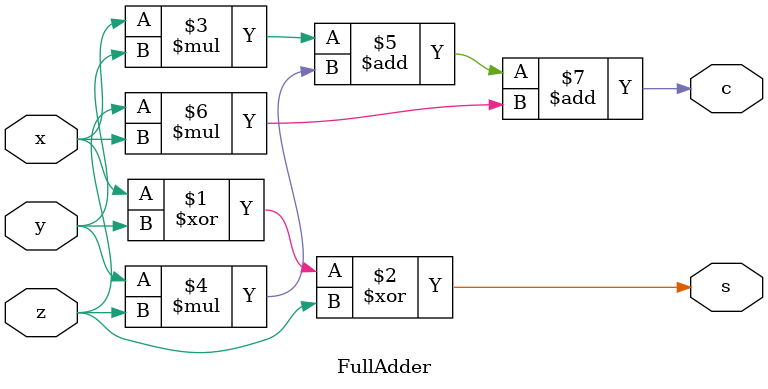
<source format=v>
module FullAdder(s,c,x,y,z);
	input x, y, z;
	output c, s;
	assign s = (x^y)^z;
	assign c = x*y+y*z+z*x;
endmodule

</source>
